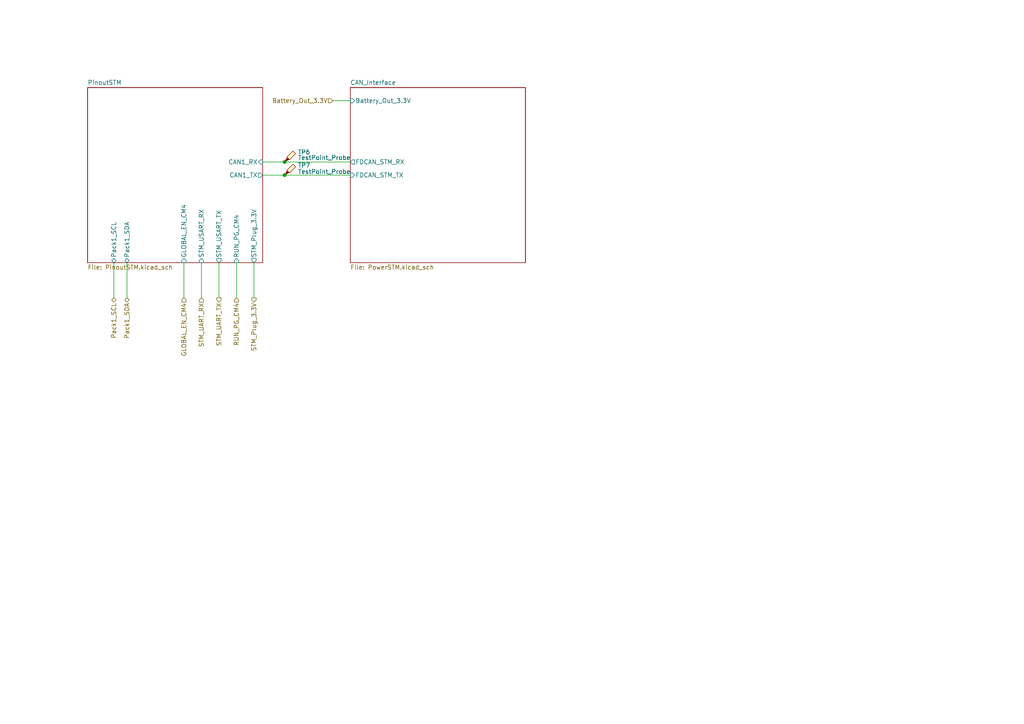
<source format=kicad_sch>
(kicad_sch (version 20250114) (generator "eeschema") (generator_version "9.0")
  (paper "A4")
  (lib_symbols
    (symbol "Connector:TestPoint_Probe" (pin_numbers hide) (pin_names (offset 0.762) hide)
      (property "Reference" "TP" (at 1.651 5.842 0))
      (property "Value" "TestPoint_Probe" (at 1.651 4.064 0))
      (symbol "TestPoint_Probe_0_1"
        (polyline (pts (xy 1.27 0.762) (xy 0 0) (xy 0.762 1.27) (xy 1.27 0.762)) (fill (type outline)))
        (polyline (pts (xy 1.397 0.635) (xy 0.635 1.397) (xy 2.413 3.175) (xy 3.175 2.413) (xy 1.397 0.635)) (fill (type background)))
      )
      (symbol "TestPoint_Probe_1_1"
        (pin passive line (at 0 0 90) (length 0) (name "1") (number "1"))
      )
    )
  )
  (junction (at 82.55 50.8))
  (junction (at 82.55 46.99))
  (wire (pts (xy 76.2 46.99) (xy 82.55 46.99)))
  (wire (pts (xy 63.5 76.2) (xy 63.5 86.36)))
  (wire (pts (xy 36.83 76.2) (xy 36.83 86.36)))
  (wire (pts (xy 73.66 76.2) (xy 73.66 86.36)))
  (wire (pts (xy 76.2 50.8) (xy 82.55 50.8)))
  (wire (pts (xy 82.55 46.99) (xy 101.6 46.99)))
  (wire (pts (xy 53.34 76.2) (xy 53.34 86.36)))
  (wire (pts (xy 33.02 76.2) (xy 33.02 86.36)))
  (wire (pts (xy 58.42 76.2) (xy 58.42 86.36)))
  (wire (pts (xy 96.52 29.21) (xy 101.6 29.21)))
  (wire (pts (xy 82.55 50.8) (xy 101.6 50.8)))
  (wire (pts (xy 68.58 76.2) (xy 68.58 86.36)))
  (hierarchical_label "STM_UART_TX" (shape output) (at 63.5 86.36 270))
  (hierarchical_label "STM_UART_RX" (shape input) (at 58.42 86.36 270))
  (hierarchical_label "GLOBAL_EN_CM4" (shape input) (at 53.34 86.36 270))
  (hierarchical_label "Pack1_SCL" (shape bidirectional) (at 33.02 86.36 270))
  (hierarchical_label "Battery_Out_3.3V" (shape input) (at 96.52 29.21 180))
  (hierarchical_label "STM_Plug_3.3V" (shape output) (at 73.66 86.36 270))
  (hierarchical_label "Pack1_SDA" (shape bidirectional) (at 36.83 86.36 270))
  (hierarchical_label "RUN_PG_CM4" (shape input) (at 68.58 86.36 270))
  (symbol (lib_id "Connector:TestPoint_Probe") (at 82.55 46.99 0) (unit 1)
    (property "Reference" "TP6" (at 86.36 44.1324 0) (effects (justify left)))
    (property "Value" "TestPoint_Probe" (at 86.36 45.72 0) (effects (justify left)))
    (property "Footprint" "TestPoint:TestPoint_THTPad_D2.5mm_Drill1.2mm" (effects (hide yes)))
    (property "Description" "test point (alternative probe-style design)" (effects (hide yes)))
  )
  (symbol (lib_id "Connector:TestPoint_Probe") (at 82.55 50.8 0) (unit 1)
    (property "Reference" "TP7" (at 86.36 47.9424 0) (effects (justify left)))
    (property "Value" "TestPoint_Probe" (at 86.36 49.784 0) (effects (justify left)))
    (property "Footprint" "TestPoint:TestPoint_THTPad_D2.5mm_Drill1.2mm" (effects (hide yes)))
    (property "Description" "test point (alternative probe-style design)" (effects (hide yes)))
  )
  (sheet (at 101.6 25.4) (size 50.8 50.8) (stroke (width 0.1524)) (fill (color 0 0 0 0.0))
    (property "Sheetname" "CAN_Interface" (at 101.6 24.6884 0) (effects (justify left bottom)))
    (property "Sheetfile" "PowerSTM.kicad_sch" (at 101.6 76.7846 0) (effects (justify left top)))
    (pin "FDCAN_STM_RX" output (at 101.6 46.99 180))
    (pin "FDCAN_STM_TX" input (at 101.6 50.8 180))
    (pin "Battery_Out_3.3V" input (at 101.6 29.21 180))
  )
  (sheet (at 25.4 25.4) (size 50.8 50.8) (stroke (width 0.1524)) (fill (color 0 0 0 0.0))
    (property "Sheetname" "PinoutSTM" (at 25.4 24.6884 0) (effects (justify left bottom)))
    (property "Sheetfile" "PinoutSTM.kicad_sch" (at 25.4 76.7846 0) (effects (justify left top)))
    (pin "CAN1_RX" input (at 76.2 46.99 0))
    (pin "STM_USART_RX" input (at 58.42 76.2 270))
    (pin "STM_USART_TX" output (at 63.5 76.2 270))
    (pin "RUN_PG_CM4" input (at 68.58 76.2 270))
    (pin "GLOBAL_EN_CM4" input (at 53.34 76.2 270))
    (pin "CAN1_TX" output (at 76.2 50.8 0))
    (pin "Pack1_SCL" bidirectional (at 33.02 76.2 270))
    (pin "Pack1_SDA" bidirectional (at 36.83 76.2 270))
    (pin "STM_Plug_3.3V" output (at 73.66 76.2 270))
  )
)
</source>
